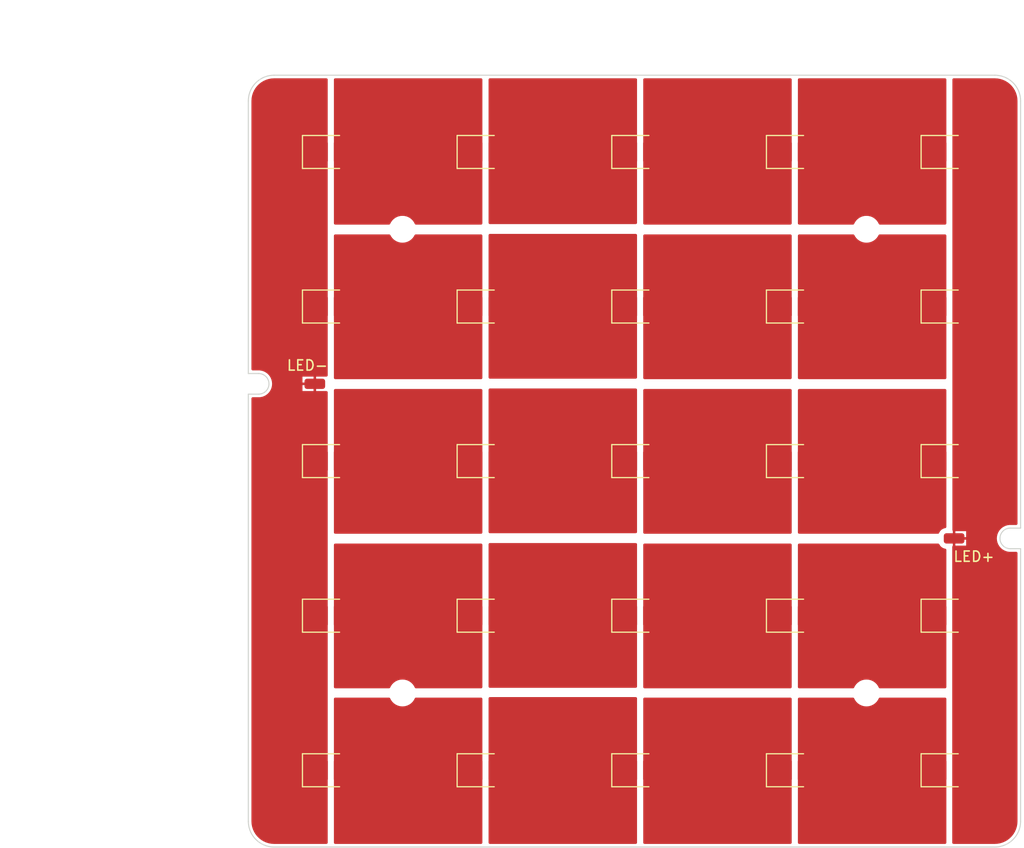
<source format=kicad_pcb>
(kicad_pcb (version 20221018) (generator pcbnew)
  (layers (0 "F.Cu" signal) (31 "B.Cu" signal) (34 "B.Paste" user) (35 "F.Paste" user) (36 "B.SilkS" user "B.Silkscreen") (37 "F.SilkS" user "F.Silkscreen") (38 "B.Mask" user) (39 "F.Mask" user) (44 "Edge.Cuts" user))
  (net 0 "")
  (net 1 "/LED-")
  (net 2 "Net-(D1-A)")
  (net 3 "Net-(D10-A)")
  (net 4 "Net-(D11-A)")
  (net 5 "Net-(D16-A)")
  (net 6 "/LED+")
  (net 7 "Net-(D2-A)")
  (net 8 "Net-(D3-A)")
  (net 9 "Net-(D4-A)")
  (net 10 "Net-(D5-A)")
  (net 11 "Net-(D11-K)")
  (net 12 "Net-(D12-K)")
  (net 13 "Net-(D13-K)")
  (net 14 "Net-(D14-K)")
  (net 15 "Net-(D12-A)")
  (net 16 "Net-(D13-A)")
  (net 17 "Net-(D14-A)")
  (net 18 "Net-(D15-A)")
  (net 19 "Net-(D17-A)")
  (net 20 "Net-(D18-A)")
  (net 21 "Net-(D19-A)")
  (net 22 "Net-(D20-A)")
  (footprint "Bergi:LED_J2835" (layer "F.Cu") (at 137.45 112.55)
    (fp_text reference "D15" hide)
    (fp_text value "LED_Filled")
    (fp_line (start -2.2 -1.6) (end -2.2 1.6) (stroke (width 0.12)) (layer "F.SilkS"))
    (fp_line (start 1.4 -1.6) (end -2.2 -1.6) (stroke (width 0.12)) (layer "F.SilkS"))
    (fp_line (start 1.4 1.6) (end -2.2 1.6) (stroke (width 0.12)) (layer "F.SilkS"))
    (pad "1" smd rect locked (at -0.845 0) (size 2.2 1.8) (layers "F.Cu" "F.Paste" "F.Mask") (net 3 "Net-(D10-A)"))
    (pad "2" smd rect locked (at 1.395 0) (size 1.1 1.8) (layers "F.Cu" "F.Paste" "F.Mask") (net 18 "Net-(D15-A)"))
  )
  (footprint "MountingHole:MountingHole_2.1mm" (layer "F.Cu") (at 114.95 105.05)
    (fp_text reference "REF**" hide)
    (fp_text value "MountingHole_2.1mm")
    (pad "" np_thru_hole circle locked (at 0 0) (size 2.1 2.1) (drill 2.1) (layers "F&B.Cu" "*.Mask"))
  )
  (footprint "Bergi:LED_J2835" (layer "F.Cu") (at 137.45 52.55)
    (fp_text reference "D11" hide)
    (fp_text value "LED_Filled")
    (fp_line (start -2.2 -1.6) (end -2.2 1.6) (stroke (width 0.12)) (layer "F.SilkS"))
    (fp_line (start 1.4 -1.6) (end -2.2 -1.6) (stroke (width 0.12)) (layer "F.SilkS"))
    (fp_line (start 1.4 1.6) (end -2.2 1.6) (stroke (width 0.12)) (layer "F.SilkS"))
    (pad "1" smd rect locked (at -0.845 0) (size 2.2 1.8) (layers "F.Cu" "F.Paste" "F.Mask") (net 11 "Net-(D11-K)"))
    (pad "2" smd rect locked (at 1.395 0) (size 1.1 1.8) (layers "F.Cu" "F.Paste" "F.Mask") (net 4 "Net-(D11-A)"))
  )
  (footprint "MountingHole:MountingHole_2.1mm" (layer "F.Cu") (at 114.95 60.05)
    (fp_text reference "REF**" hide)
    (fp_text value "MountingHole_2.1mm")
    (pad "" np_thru_hole circle locked (at 0 0) (size 2.1 2.1) (drill 2.1) (layers "*.Cu" "*.Mask"))
  )
  (footprint "Bergi:LED_J2835" (layer "F.Cu") (at 167.45 82.55)
    (fp_text reference "D23" hide)
    (fp_text value "LED_Filled")
    (fp_line (start -2.2 -1.6) (end -2.2 1.6) (stroke (width 0.12)) (layer "F.SilkS"))
    (fp_line (start 1.4 -1.6) (end -2.2 -1.6) (stroke (width 0.12)) (layer "F.SilkS"))
    (fp_line (start 1.4 1.6) (end -2.2 1.6) (stroke (width 0.12)) (layer "F.SilkS"))
    (pad "1" smd rect locked (at -0.845 0) (size 2.2 1.8) (layers "F.Cu" "F.Paste" "F.Mask") (net 20 "Net-(D18-A)"))
    (pad "2" smd rect locked (at 1.395 0) (size 1.1 1.8) (layers "F.Cu" "F.Paste" "F.Mask") (net 6 "/LED+"))
  )
  (footprint "Bergi:LED_J2835" (layer "F.Cu") (at 152.45 52.55)
    (fp_text reference "D16" hide)
    (fp_text value "LED_Filled")
    (fp_line (start -2.2 -1.6) (end -2.2 1.6) (stroke (width 0.12)) (layer "F.SilkS"))
    (fp_line (start 1.4 -1.6) (end -2.2 -1.6) (stroke (width 0.12)) (layer "F.SilkS"))
    (fp_line (start 1.4 1.6) (end -2.2 1.6) (stroke (width 0.12)) (layer "F.SilkS"))
    (pad "1" smd rect locked (at -0.845 0) (size 2.2 1.8) (layers "F.Cu" "F.Paste" "F.Mask") (net 4 "Net-(D11-A)"))
    (pad "2" smd rect locked (at 1.395 0) (size 1.1 1.8) (layers "F.Cu" "F.Paste" "F.Mask") (net 5 "Net-(D16-A)"))
  )
  (footprint "Bergi:LED_J2835" (layer "F.Cu") (at 107.45 82.55)
    (fp_text reference "D3" hide)
    (fp_text value "LED_Filled")
    (fp_line (start -2.2 -1.6) (end -2.2 1.6) (stroke (width 0.12)) (layer "F.SilkS"))
    (fp_line (start 1.4 -1.6) (end -2.2 -1.6) (stroke (width 0.12)) (layer "F.SilkS"))
    (fp_line (start 1.4 1.6) (end -2.2 1.6) (stroke (width 0.12)) (layer "F.SilkS"))
    (pad "1" smd rect locked (at -0.845 0) (size 2.2 1.8) (layers "F.Cu" "F.Paste" "F.Mask") (net 1 "/LED-"))
    (pad "2" smd rect locked (at 1.395 0) (size 1.1 1.8) (layers "F.Cu" "F.Paste" "F.Mask") (net 8 "Net-(D3-A)"))
  )
  (footprint "Bergi:LED_J2835" (layer "F.Cu") (at 167.45 67.55)
    (fp_text reference "D22" hide)
    (fp_text value "LED_Filled")
    (fp_line (start -2.2 -1.6) (end -2.2 1.6) (stroke (width 0.12)) (layer "F.SilkS"))
    (fp_line (start 1.4 -1.6) (end -2.2 -1.6) (stroke (width 0.12)) (layer "F.SilkS"))
    (fp_line (start 1.4 1.6) (end -2.2 1.6) (stroke (width 0.12)) (layer "F.SilkS"))
    (pad "1" smd rect locked (at -0.845 0) (size 2.2 1.8) (layers "F.Cu" "F.Paste" "F.Mask") (net 19 "Net-(D17-A)"))
    (pad "2" smd rect locked (at 1.395 0) (size 1.1 1.8) (layers "F.Cu" "F.Paste" "F.Mask") (net 6 "/LED+"))
  )
  (footprint "Bergi:LED_J2835" (layer "F.Cu") (at 122.45 97.55)
    (fp_text reference "D9" hide)
    (fp_text value "LED_Filled")
    (fp_line (start -2.2 -1.6) (end -2.2 1.6) (stroke (width 0.12)) (layer "F.SilkS"))
    (fp_line (start 1.4 -1.6) (end -2.2 -1.6) (stroke (width 0.12)) (layer "F.SilkS"))
    (fp_line (start 1.4 1.6) (end -2.2 1.6) (stroke (width 0.12)) (layer "F.SilkS"))
    (pad "1" smd rect locked (at -0.845 0) (size 2.2 1.8) (layers "F.Cu" "F.Paste" "F.Mask") (net 7 "Net-(D2-A)"))
    (pad "2" smd rect locked (at 1.395 0) (size 1.1 1.8) (layers "F.Cu" "F.Paste" "F.Mask") (net 14 "Net-(D14-K)"))
  )
  (footprint "Bergi:LED_J2835" (layer "F.Cu") (at 137.45 67.55)
    (fp_text reference "D12" hide)
    (fp_text value "LED_Filled")
    (fp_line (start -2.2 -1.6) (end -2.2 1.6) (stroke (width 0.12)) (layer "F.SilkS"))
    (fp_line (start 1.4 -1.6) (end -2.2 -1.6) (stroke (width 0.12)) (layer "F.SilkS"))
    (fp_line (start 1.4 1.6) (end -2.2 1.6) (stroke (width 0.12)) (layer "F.SilkS"))
    (pad "1" smd rect locked (at -0.845 0) (size 2.2 1.8) (layers "F.Cu" "F.Paste" "F.Mask") (net 12 "Net-(D12-K)"))
    (pad "2" smd rect locked (at 1.395 0) (size 1.1 1.8) (layers "F.Cu" "F.Paste" "F.Mask") (net 15 "Net-(D12-A)"))
  )
  (footprint "Bergi:LED_J2835" (layer "F.Cu") (at 122.45 112.55)
    (fp_text reference "D10" hide)
    (fp_text value "LED_Filled")
    (fp_line (start -2.2 -1.6) (end -2.2 1.6) (stroke (width 0.12)) (layer "F.SilkS"))
    (fp_line (start 1.4 -1.6) (end -2.2 -1.6) (stroke (width 0.12)) (layer "F.SilkS"))
    (fp_line (start 1.4 1.6) (end -2.2 1.6) (stroke (width 0.12)) (layer "F.SilkS"))
    (pad "1" smd rect locked (at -0.845 0) (size 2.2 1.8) (layers "F.Cu" "F.Paste" "F.Mask") (net 2 "Net-(D1-A)"))
    (pad "2" smd rect locked (at 1.395 0) (size 1.1 1.8) (layers "F.Cu" "F.Paste" "F.Mask") (net 3 "Net-(D10-A)"))
  )
  (footprint "MountingHole:MountingHole_2.1mm" (layer "F.Cu") (at 159.95 105.05)
    (fp_text reference "REF**" hide)
    (fp_text value "MountingHole_2.1mm")
    (pad "" np_thru_hole circle locked (at 0 0) (size 2.1 2.1) (drill 2.1) (layers "F&B.Cu" "*.Mask"))
  )
  (footprint "Bergi:Solderpad_1x2" (layer "F.Cu") (at 106.45 75.05)
    (fp_text reference "J1" hide)
    (fp_text value "Conn_01x01_Pin")
    (pad "1" smd roundrect (at 0 0) (size 2 1) (layers "F.Cu" "F.Mask") (net 1 "/LED-"))
  )
  (footprint "Bergi:LED_J2835" (layer "F.Cu") (at 107.45 112.55)
    (fp_text reference "D1" hide)
    (fp_text value "LED_Filled")
    (fp_line (start -2.2 -1.6) (end -2.2 1.6) (stroke (width 0.12)) (layer "F.SilkS"))
    (fp_line (start 1.4 -1.6) (end -2.2 -1.6) (stroke (width 0.12)) (layer "F.SilkS"))
    (fp_line (start 1.4 1.6) (end -2.2 1.6) (stroke (width 0.12)) (layer "F.SilkS"))
    (pad "1" smd rect locked (at -0.845 0) (size 2.2 1.8) (layers "F.Cu" "F.Paste" "F.Mask") (net 1 "/LED-"))
    (pad "2" smd rect locked (at 1.395 0) (size 1.1 1.8) (layers "F.Cu" "F.Paste" "F.Mask") (net 2 "Net-(D1-A)"))
  )
  (footprint "Bergi:LED_J2835" (layer "F.Cu") (at 122.45 52.55)
    (fp_text reference "D6" hide)
    (fp_text value "LED_Filled")
    (fp_line (start -2.2 -1.6) (end -2.2 1.6) (stroke (width 0.12)) (layer "F.SilkS"))
    (fp_line (start 1.4 -1.6) (end -2.2 -1.6) (stroke (width 0.12)) (layer "F.SilkS"))
    (fp_line (start 1.4 1.6) (end -2.2 1.6) (stroke (width 0.12)) (layer "F.SilkS"))
    (pad "1" smd rect locked (at -0.845 0) (size 2.2 1.8) (layers "F.Cu" "F.Paste" "F.Mask") (net 10 "Net-(D5-A)"))
    (pad "2" smd rect locked (at 1.395 0) (size 1.1 1.8) (layers "F.Cu" "F.Paste" "F.Mask") (net 11 "Net-(D11-K)"))
  )
  (footprint "MountingHole:MountingHole_2.1mm" (layer "F.Cu") (at 159.95 60.05)
    (fp_text reference "REF**" hide)
    (fp_text value "MountingHole_2.1mm")
    (pad "" np_thru_hole circle locked (at 0 0) (size 2.1 2.1) (drill 2.1) (layers "F&B.Cu" "*.Mask"))
  )
  (footprint "Bergi:LED_J2835" (layer "F.Cu") (at 152.45 112.55)
    (fp_text reference "D20" hide)
    (fp_text value "LED_Filled")
    (fp_line (start -2.2 -1.6) (end -2.2 1.6) (stroke (width 0.12)) (layer "F.SilkS"))
    (fp_line (start 1.4 -1.6) (end -2.2 -1.6) (stroke (width 0.12)) (layer "F.SilkS"))
    (fp_line (start 1.4 1.6) (end -2.2 1.6) (stroke (width 0.12)) (layer "F.SilkS"))
    (pad "1" smd rect locked (at -0.845 0) (size 2.2 1.8) (layers "F.Cu" "F.Paste" "F.Mask") (net 18 "Net-(D15-A)"))
    (pad "2" smd rect locked (at 1.395 0) (size 1.1 1.8) (layers "F.Cu" "F.Paste" "F.Mask") (net 22 "Net-(D20-A)"))
  )
  (footprint "Bergi:LED_J2835" (layer "F.Cu") (at 107.45 97.55)
    (fp_text reference "D2" hide)
    (fp_text value "LED_Filled")
    (fp_line (start -2.2 -1.6) (end -2.2 1.6) (stroke (width 0.12)) (layer "F.SilkS"))
    (fp_line (start 1.4 -1.6) (end -2.2 -1.6) (stroke (width 0.12)) (layer "F.SilkS"))
    (fp_line (start 1.4 1.6) (end -2.2 1.6) (stroke (width 0.12)) (layer "F.SilkS"))
    (pad "1" smd rect locked (at -0.845 0) (size 2.2 1.8) (layers "F.Cu" "F.Paste" "F.Mask") (net 1 "/LED-"))
    (pad "2" smd rect locked (at 1.395 0) (size 1.1 1.8) (layers "F.Cu" "F.Paste" "F.Mask") (net 7 "Net-(D2-A)"))
  )
  (footprint "Bergi:LED_J2835" (layer "F.Cu") (at 107.45 67.55)
    (fp_text reference "D4" hide)
    (fp_text value "LED_Filled")
    (fp_line (start -2.2 -1.6) (end -2.2 1.6) (stroke (width 0.12)) (layer "F.SilkS"))
    (fp_line (start 1.4 -1.6) (end -2.2 -1.6) (stroke (width 0.12)) (layer "F.SilkS"))
    (fp_line (start 1.4 1.6) (end -2.2 1.6) (stroke (width 0.12)) (layer "F.SilkS"))
    (pad "1" smd rect locked (at -0.845 0) (size 2.2 1.8) (layers "F.Cu" "F.Paste" "F.Mask") (net 1 "/LED-"))
    (pad "2" smd rect locked (at 1.395 0) (size 1.1 1.8) (layers "F.Cu" "F.Paste" "F.Mask") (net 9 "Net-(D4-A)"))
  )
  (footprint "Bergi:LED_J2835" (layer "F.Cu") (at 152.45 82.55)
    (fp_text reference "D18" hide)
    (fp_text value "LED_Filled")
    (fp_line (start -2.2 -1.6) (end -2.2 1.6) (stroke (width 0.12)) (layer "F.SilkS"))
    (fp_line (start 1.4 -1.6) (end -2.2 -1.6) (stroke (width 0.12)) (layer "F.SilkS"))
    (fp_line (start 1.4 1.6) (end -2.2 1.6) (stroke (width 0.12)) (layer "F.SilkS"))
    (pad "1" smd rect locked (at -0.845 0) (size 2.2 1.8) (layers "F.Cu" "F.Paste" "F.Mask") (net 16 "Net-(D13-A)"))
    (pad "2" smd rect locked (at 1.395 0) (size 1.1 1.8) (layers "F.Cu" "F.Paste" "F.Mask") (net 20 "Net-(D18-A)"))
  )
  (footprint "Bergi:LED_J2835" (layer "F.Cu") (at 167.45 52.55)
    (fp_text reference "D21" hide)
    (fp_text value "LED_Filled")
    (fp_line (start -2.2 -1.6) (end -2.2 1.6) (stroke (width 0.12)) (layer "F.SilkS"))
    (fp_line (start 1.4 -1.6) (end -2.2 -1.6) (stroke (width 0.12)) (layer "F.SilkS"))
    (fp_line (start 1.4 1.6) (end -2.2 1.6) (stroke (width 0.12)) (layer "F.SilkS"))
    (pad "1" smd rect locked (at -0.845 0) (size 2.2 1.8) (layers "F.Cu" "F.Paste" "F.Mask") (net 5 "Net-(D16-A)"))
    (pad "2" smd rect locked (at 1.395 0) (size 1.1 1.8) (layers "F.Cu" "F.Paste" "F.Mask") (net 6 "/LED+"))
  )
  (footprint "Bergi:LED_J2835" (layer "F.Cu") (at 122.45 67.55)
    (fp_text reference "D7" hide)
    (fp_text value "LED_Filled")
    (fp_line (start -2.2 -1.6) (end -2.2 1.6) (stroke (width 0.12)) (layer "F.SilkS"))
    (fp_line (start 1.4 -1.6) (end -2.2 -1.6) (stroke (width 0.12)) (layer "F.SilkS"))
    (fp_line (start 1.4 1.6) (end -2.2 1.6) (stroke (width 0.12)) (layer "F.SilkS"))
    (pad "1" smd rect locked (at -0.845 0) (size 2.2 1.8) (layers "F.Cu" "F.Paste" "F.Mask") (net 9 "Net-(D4-A)"))
    (pad "2" smd rect locked (at 1.395 0) (size 1.1 1.8) (layers "F.Cu" "F.Paste" "F.Mask") (net 12 "Net-(D12-K)"))
  )
  (footprint "Bergi:LED_J2835" (layer "F.Cu") (at 152.45 67.55)
    (fp_text reference "D17" hide)
    (fp_text value "LED_Filled")
    (fp_line (start -2.2 -1.6) (end -2.2 1.6) (stroke (width 0.12)) (layer "F.SilkS"))
    (fp_line (start 1.4 -1.6) (end -2.2 -1.6) (stroke (width 0.12)) (layer "F.SilkS"))
    (fp_line (start 1.4 1.6) (end -2.2 1.6) (stroke (width 0.12)) (layer "F.SilkS"))
    (pad "1" smd rect locked (at -0.845 0) (size 2.2 1.8) (layers "F.Cu" "F.Paste" "F.Mask") (net 15 "Net-(D12-A)"))
    (pad "2" smd rect locked (at 1.395 0) (size 1.1 1.8) (layers "F.Cu" "F.Paste" "F.Mask") (net 19 "Net-(D17-A)"))
  )
  (footprint "Bergi:LED_J2835" (layer "F.Cu") (at 167.45 112.55)
    (fp_text reference "D25" hide)
    (fp_text value "LED_Filled")
    (fp_line (start -2.2 -1.6) (end -2.2 1.6) (stroke (width 0.12)) (layer "F.SilkS"))
    (fp_line (start 1.4 -1.6) (end -2.2 -1.6) (stroke (width 0.12)) (layer "F.SilkS"))
    (fp_line (start 1.4 1.6) (end -2.2 1.6) (stroke (width 0.12)) (layer "F.SilkS"))
    (pad "1" smd rect locked (at -0.845 0) (size 2.2 1.8) (layers "F.Cu" "F.Paste" "F.Mask") (net 22 "Net-(D20-A)"))
    (pad "2" smd rect locked (at 1.395 0) (size 1.1 1.8) (layers "F.Cu" "F.Paste" "F.Mask") (net 6 "/LED+"))
  )
  (footprint "Bergi:LED_J2835" (layer "F.Cu") (at 167.45 97.55)
    (fp_text reference "D24" hide)
    (fp_text value "LED_Filled")
    (fp_line (start -2.2 -1.6) (end -2.2 1.6) (stroke (width 0.12)) (layer "F.SilkS"))
    (fp_line (start 1.4 -1.6) (end -2.2 -1.6) (stroke (width 0.12)) (layer "F.SilkS"))
    (fp_line (start 1.4 1.6) (end -2.2 1.6) (stroke (width 0.12)) (layer "F.SilkS"))
    (pad "1" smd rect locked (at -0.845 0) (size 2.2 1.8) (layers "F.Cu" "F.Paste" "F.Mask") (net 21 "Net-(D19-A)"))
    (pad "2" smd rect locked (at 1.395 0) (size 1.1 1.8) (layers "F.Cu" "F.Paste" "F.Mask") (net 6 "/LED+"))
  )
  (footprint "Bergi:Solderpad_1x2" (layer "F.Cu") (at 168.45 90.05)
    (fp_text reference "J2" hide)
    (fp_text value "Conn_01x01_Pin")
    (pad "1" smd roundrect (at 0 0) (size 2 1) (layers "F.Cu" "F.Mask") (net 6 "/LED+"))
  )
  (footprint "Bergi:LED_J2835" (layer "F.Cu") (at 122.45 82.55)
    (fp_text reference "D8" hide)
    (fp_text value "LED_Filled")
    (fp_line (start -2.2 -1.6) (end -2.2 1.6) (stroke (width 0.12)) (layer "F.SilkS"))
    (fp_line (start 1.4 -1.6) (end -2.2 -1.6) (stroke (width 0.12)) (layer "F.SilkS"))
    (fp_line (start 1.4 1.6) (end -2.2 1.6) (stroke (width 0.12)) (layer "F.SilkS"))
    (pad "1" smd rect locked (at -0.845 0) (size 2.2 1.8) (layers "F.Cu" "F.Paste" "F.Mask") (net 8 "Net-(D3-A)"))
    (pad "2" smd rect locked (at 1.395 0) (size 1.1 1.8) (layers "F.Cu" "F.Paste" "F.Mask") (net 13 "Net-(D13-K)"))
  )
  (footprint "Bergi:LED_J2835" (layer "F.Cu") (at 137.45 97.55)
    (fp_text reference "D14" hide)
    (fp_text value "LED_Filled")
    (fp_line (start -2.2 -1.6) (end -2.2 1.6) (stroke (width 0.12)) (layer "F.SilkS"))
    (fp_line (start 1.4 -1.6) (end -2.2 -1.6) (stroke (width 0.12)) (layer "F.SilkS"))
    (fp_line (start 1.4 1.6) (end -2.2 1.6) (stroke (width 0.12)) (layer "F.SilkS"))
    (pad "1" smd rect locked (at -0.845 0) (size 2.2 1.8) (layers "F.Cu" "F.Paste" "F.Mask") (net 14 "Net-(D14-K)"))
    (pad "2" smd rect locked (at 1.395 0) (size 1.1 1.8) (layers "F.Cu" "F.Paste" "F.Mask") (net 17 "Net-(D14-A)"))
  )
  (footprint "Bergi:LED_J2835" (layer "F.Cu") (at 137.45 82.55)
    (fp_text reference "D13" hide)
    (fp_text value "LED_Filled")
    (fp_line (start -2.2 -1.6) (end -2.2 1.6) (stroke (width 0.12)) (layer "F.SilkS"))
    (fp_line (start 1.4 -1.6) (end -2.2 -1.6) (stroke (width 0.12)) (layer "F.SilkS"))
    (fp_line (start 1.4 1.6) (end -2.2 1.6) (stroke (width 0.12)) (layer "F.SilkS"))
    (pad "1" smd rect locked (at -0.845 0) (size 2.2 1.8) (layers "F.Cu" "F.Paste" "F.Mask") (net 13 "Net-(D13-K)"))
    (pad "2" smd rect locked (at 1.395 0) (size 1.1 1.8) (layers "F.Cu" "F.Paste" "F.Mask") (net 16 "Net-(D13-A)"))
  )
  (footprint "Bergi:LED_J2835" (layer "F.Cu") (at 107.45 52.55)
    (fp_text reference "D5" hide)
    (fp_text value "LED_Filled")
    (fp_line (start -2.2 -1.6) (end -2.2 1.6) (stroke (width 0.12)) (layer "F.SilkS"))
    (fp_line (start 1.4 -1.6) (end -2.2 -1.6) (stroke (width 0.12)) (layer "F.SilkS"))
    (fp_line (start 1.4 1.6) (end -2.2 1.6) (stroke (width 0.12)) (layer "F.SilkS"))
    (pad "1" smd rect locked (at -0.845 0) (size 2.2 1.8) (layers "F.Cu" "F.Paste" "F.Mask") (net 1 "/LED-"))
    (pad "2" smd rect locked (at 1.395 0) (size 1.1 1.8) (layers "F.Cu" "F.Paste" "F.Mask") (net 10 "Net-(D5-A)"))
  )
  (footprint "Bergi:LED_J2835" (layer "F.Cu") (at 152.45 97.55)
    (fp_text reference "D19" hide)
    (fp_text value "LED_Filled")
    (fp_line (start -2.2 -1.6) (end -2.2 1.6) (stroke (width 0.12)) (layer "F.SilkS"))
    (fp_line (start 1.4 -1.6) (end -2.2 -1.6) (stroke (width 0.12)) (layer "F.SilkS"))
    (fp_line (start 1.4 1.6) (end -2.2 1.6) (stroke (width 0.12)) (layer "F.SilkS"))
    (pad "1" smd rect locked (at -0.845 0) (size 2.2 1.8) (layers "F.Cu" "F.Paste" "F.Mask") (net 17 "Net-(D14-A)"))
    (pad "2" smd rect locked (at 1.395 0) (size 1.1 1.8) (layers "F.Cu" "F.Paste" "F.Mask") (net 21 "Net-(D19-A)"))
  )
  (gr_arc (start 100 47.6) (mid 100.732234 45.832234) (end 102.5 45.1) (stroke (width 0.1)) (layer "Edge.Cuts"))
  (gr_line (start 100 74.05) (end 100 47.6) (stroke (width 0.1)) (layer "Edge.Cuts"))
  (gr_line (start 174.9 89.05) (end 174.9 47.6) (stroke (width 0.1)) (layer "Edge.Cuts"))
  (gr_line (start 172.4 45.1) (end 102.5 45.1) (stroke (width 0.1)) (layer "Edge.Cuts"))
  (gr_line (start 100 74.05) (end 101 74.05) (stroke (width 0.1)) (layer "Edge.Cuts"))
  (gr_line (start 174.9 89.05) (end 173.9 89.05) (stroke (width 0.1)) (layer "Edge.Cuts"))
  (gr_line (start 100 76.05) (end 101 76.05) (stroke (width 0.1)) (layer "Edge.Cuts"))
  (gr_arc (start 172.4 45.1) (mid 174.167766 45.832234) (end 174.9 47.6) (stroke (width 0.1)) (layer "Edge.Cuts"))
  (gr_line (start 102.5 120) (end 172.4 120) (stroke (width 0.1)) (layer "Edge.Cuts"))
  (gr_arc (start 101 74.05) (mid 102 75.05) (end 101 76.05) (stroke (width 0.1)) (layer "Edge.Cuts"))
  (gr_arc (start 102.5 120) (mid 100.732234 119.267767) (end 100 117.5) (stroke (width 0.1)) (layer "Edge.Cuts"))
  (gr_line (start 100 76.05) (end 100 117.5) (stroke (width 0.1)) (layer "Edge.Cuts"))
  (gr_line (start 174.9 91.05) (end 174.9 117.5) (stroke (width 0.1)) (layer "Edge.Cuts"))
  (gr_line (start 174.9 91.05) (end 173.9 91.05) (stroke (width 0.1)) (layer "Edge.Cuts"))
  (gr_arc (start 173.9 91.05) (mid 172.9 90.05) (end 173.9 89.05) (stroke (width 0.1)) (layer "Edge.Cuts"))
  (gr_arc (start 174.9 117.5) (mid 174.167766 119.267766) (end 172.4 120) (stroke (width 0.1)) (layer "Edge.Cuts"))
  (gr_text "LED+" (at 168.3 92.4) (layer "F.SilkS") (effects (font (size 1 1)) (justify left bottom)))
  (gr_text "LED-" (at 103.65 73.85) (layer "F.SilkS") (effects (font (size 1 1)) (justify left bottom)))
  (segment (start 106.45 75.05) (end 106.45 76.05) (width 0.25) (layer "F.Cu") (net 1))
  (segment (start 106.45 75.05) (end 106.45 73.95) (width 0.25) (layer "F.Cu") (net 1))
  (segment (start 106.45 75.05) (end 104.75 75.05) (width 0.25) (layer "F.Cu") (net 1))
  (segment (start 168.45 90.05) (end 170.05 90.05) (width 0.25) (layer "F.Cu") (net 6))
  (segment (start 168.45 90.05) (end 168.45 89) (width 0.25) (layer "F.Cu") (net 6))
  (segment (start 168.45 90.05) (end 168.45 91.05) (width 0.25) (layer "F.Cu") (net 6))
  (zone (net 18) (net_name "Net-(D15-A)") (layer "F.Cu") (priority 1) (connect_pads yes (clearance 0.5)) (min_thickness 0.25) (fill yes (thermal_gap 0.5) (thermal_bridge_width 0.5))
    (polygon (pts (xy 138.3 120) (xy 138.3 105.5) (xy 152.7 105.5) (xy 152.7 120)))
  )
  (zone (net 16) (net_name "Net-(D13-A)") (layer "F.Cu") (priority 1) (connect_pads yes (clearance 0.5)) (min_thickness 0.25) (fill yes (thermal_gap 0.5) (thermal_bridge_width 0.5))
    (polygon (pts (xy 138.3 89.6) (xy 138.3 75.55) (xy 152.7 75.55) (xy 152.7 89.6)))
  )
  (zone (net 4) (net_name "Net-(D11-A)") (layer "F.Cu") (priority 1) (connect_pads yes (clearance 0.5)) (min_thickness 0.25) (fill yes (thermal_gap 0.5) (thermal_bridge_width 0.5))
    (polygon (pts (xy 138.3 59.6) (xy 138.3 45.1) (xy 152.7 45.1) (xy 152.7 59.6)))
  )
  (zone (net 21) (net_name "Net-(D19-A)") (layer "F.Cu") (priority 1) (connect_pads yes (clearance 0.5)) (min_thickness 0.25) (fill yes (thermal_gap 0.5) (thermal_bridge_width 0.5))
    (polygon (pts (xy 153.3 104.6) (xy 153.3 90.55) (xy 167.7 90.55) (xy 167.7 104.6)))
  )
  (zone (net 12) (net_name "Net-(D12-K)") (layer "F.Cu") (priority 1) (connect_pads yes (clearance 0.5)) (min_thickness 0.25) (fill yes (thermal_gap 0.5) (thermal_bridge_width 0.5))
    (polygon (pts (xy 123.3 74.55) (xy 123.3 60.5) (xy 137.7 60.5) (xy 137.7 74.55)))
  )
  (zone (net 14) (net_name "Net-(D14-K)") (layer "F.Cu") (priority 1) (connect_pads yes (clearance 0.5)) (min_thickness 0.25) (fill yes (thermal_gap 0.5) (thermal_bridge_width 0.5))
    (polygon (pts (xy 123.3 104.55) (xy 123.3 90.5) (xy 137.7 90.5) (xy 137.7 104.55)))
  )
  (zone (net 17) (net_name "Net-(D14-A)") (layer "F.Cu") (priority 1) (connect_pads yes (clearance 0.5)) (min_thickness 0.25) (fill yes (thermal_gap 0.5) (thermal_bridge_width 0.5))
    (polygon (pts (xy 138.3 104.6) (xy 138.3 90.55) (xy 152.7 90.55) (xy 152.7 104.6)))
  )
  (zone (net 13) (net_name "Net-(D13-K)") (layer "F.Cu") (priority 1) (connect_pads yes (clearance 0.5)) (min_thickness 0.25) (fill yes (thermal_gap 0.5) (thermal_bridge_width 0.5))
    (polygon (pts (xy 123.3 89.55) (xy 123.3 75.5) (xy 137.7 75.5) (xy 137.7 89.55)))
  )
  (zone (net 11) (net_name "Net-(D11-K)") (layer "F.Cu") (priority 1) (connect_pads yes (clearance 0.5)) (min_thickness 0.25) (fill yes (thermal_gap 0.5) (thermal_bridge_width 0.5))
    (polygon (pts (xy 123.3 59.55) (xy 123.3 45.05) (xy 137.7 45.05) (xy 137.7 59.55)))
  )
  (zone (net 9) (net_name "Net-(D4-A)") (layer "F.Cu") (priority 1) (connect_pads yes (clearance 0.5)) (min_thickness 0.25) (fill yes (thermal_gap 0.5) (thermal_bridge_width 0.5))
    (polygon (pts (xy 108.3 74.6) (xy 108.3 60.55) (xy 122.7 60.55) (xy 122.7 74.6)))
  )
  (zone (net 20) (net_name "Net-(D18-A)") (layer "F.Cu") (priority 1) (connect_pads yes (clearance 0.5)) (min_thickness 0.25) (fill yes (thermal_gap 0.5) (thermal_bridge_width 0.5))
    (polygon (pts (xy 153.3 89.6) (xy 153.3 75.55) (xy 167.7 75.55) (xy 167.7 89.6)))
  )
  (zone (net 3) (net_name "Net-(D10-A)") (layer "F.Cu") (priority 1) (connect_pads yes (clearance 0.5)) (min_thickness 0.25) (fill yes (thermal_gap 0.5) (thermal_bridge_width 0.5))
    (polygon (pts (xy 123.3 119.95) (xy 123.3 105.45) (xy 137.7 105.45) (xy 137.7 119.95)))
  )
  (zone (net 1) (net_name "/LED-") (layer "F.Cu") (connect_pads yes (clearance 0.5)) (min_thickness 0.25) (fill yes (thermal_gap 0.5) (thermal_bridge_width 0.5))
    (polygon (pts (xy 107.7 120) (xy 107.7 75.75) (xy 105.25 75.75) (xy 105.25 74.35) (xy 107.7 74.35) (xy 107.7 45.1) (xy 100 45.1) (xy 100 120)))
  )
  (zone (net 22) (net_name "Net-(D20-A)") (layer "F.Cu") (priority 1) (connect_pads yes (clearance 0.5)) (min_thickness 0.25) (fill yes (thermal_gap 0.5) (thermal_bridge_width 0.5))
    (polygon (pts (xy 153.3 120) (xy 153.3 105.5) (xy 167.7 105.5) (xy 167.7 120)))
  )
  (zone (net 5) (net_name "Net-(D16-A)") (layer "F.Cu") (priority 1) (connect_pads yes (clearance 0.5)) (min_thickness 0.25) (fill yes (thermal_gap 0.5) (thermal_bridge_width 0.5))
    (polygon (pts (xy 153.3 59.6) (xy 153.3 45.1) (xy 167.7 45.1) (xy 167.7 59.6)))
  )
  (zone (net 19) (net_name "Net-(D17-A)") (layer "F.Cu") (priority 1) (connect_pads yes (clearance 0.5)) (min_thickness 0.25) (fill yes (thermal_gap 0.5) (thermal_bridge_width 0.5))
    (polygon (pts (xy 153.3 74.6) (xy 153.3 60.55) (xy 167.7 60.55) (xy 167.7 74.6)))
  )
  (zone (net 7) (net_name "Net-(D2-A)") (layer "F.Cu") (priority 1) (connect_pads yes (clearance 0.5)) (min_thickness 0.25) (fill yes (thermal_gap 0.5) (thermal_bridge_width 0.5))
    (polygon (pts (xy 108.3 104.6) (xy 108.3 90.55) (xy 122.7 90.55) (xy 122.7 104.6)))
  )
  (zone (net 10) (net_name "Net-(D5-A)") (layer "F.Cu") (priority 1) (connect_pads yes (clearance 0.5)) (min_thickness 0.25) (fill yes (thermal_gap 0.5) (thermal_bridge_width 0.5))
    (polygon (pts (xy 108.3 59.6) (xy 108.3 45.1) (xy 122.7 45.1) (xy 122.7 59.6)))
  )
  (zone (net 2) (net_name "Net-(D1-A)") (layer "F.Cu") (priority 1) (connect_pads yes (clearance 0.5)) (min_thickness 0.25) (fill yes (thermal_gap 0.5) (thermal_bridge_width 0.5))
    (polygon (pts (xy 108.3 120) (xy 108.3 105.5) (xy 122.7 105.5) (xy 122.7 120)))
  )
  (zone (net 8) (net_name "Net-(D3-A)") (layer "F.Cu") (priority 1) (connect_pads yes (clearance 0.5)) (min_thickness 0.25) (fill yes (thermal_gap 0.5) (thermal_bridge_width 0.5))
    (polygon (pts (xy 108.3 89.6) (xy 108.3 75.55) (xy 122.7 75.55) (xy 122.7 89.6)))
  )
  (zone (net 15) (net_name "Net-(D12-A)") (layer "F.Cu") (priority 1) (connect_pads yes (clearance 0.5)) (min_thickness 0.25) (fill yes (thermal_gap 0.5) (thermal_bridge_width 0.5))
    (polygon (pts (xy 138.3 74.6) (xy 138.3 60.55) (xy 152.7 60.55) (xy 152.7 74.6)))
  )
  (zone (net 6) (net_name "/LED+") (layer "F.Cu") (connect_pads yes (clearance 0.5)) (min_thickness 0.25) (fill yes (thermal_gap 0.5) (thermal_bridge_width 0.5))
    (polygon (pts (xy 168.284 45.1) (xy 168.284 89.35) (xy 169.618 89.35) (xy 169.618 90.75) (xy 168.268 90.75) (xy 168.268 120) (xy 174.868 120) (xy 174.868 45.1)))
  )
)
</source>
